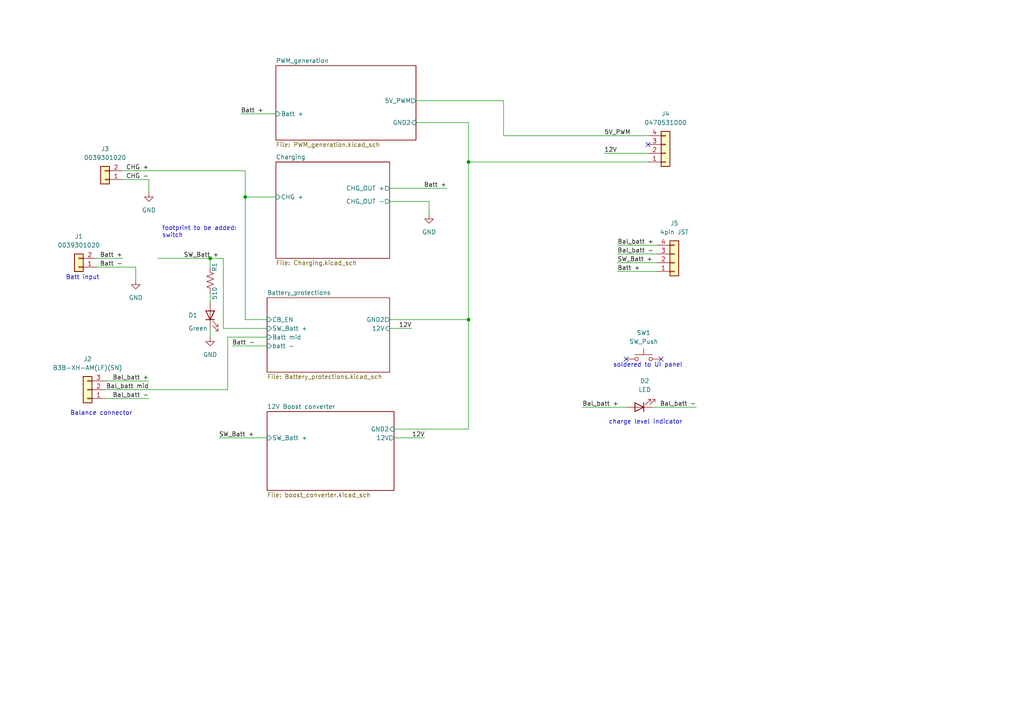
<source format=kicad_sch>
(kicad_sch (version 20211123) (generator eeschema)
  (paper "A4")
  (lib_symbols
    (symbol "Connector_Generic:Conn_01x02" (pin_names (offset 1.016) hide)
      (property "Reference" "J" (at 0 2.54 0))
      (property "Value" "Conn_01x02" (at 0 -5.08 0))
      (symbol "Conn_01x02_1_1"
        (rectangle (start -1.27 -2.413) (end 0 -2.667) (stroke (width 0.1524)))
        (rectangle (start -1.27 0.127) (end 0 -0.127) (stroke (width 0.1524)))
        (rectangle (start -1.27 1.27) (end 1.27 -3.81) (stroke (width 0.254)) (fill (type background)))
        (pin passive line (at -5.08 0 0) (length 3.81) (name "Pin_1") (number "1"))
        (pin passive line (at -5.08 -2.54 0) (length 3.81) (name "Pin_2") (number "2"))
      )
    )
    (symbol "Connector_Generic:Conn_01x03" (pin_names (offset 1.016) hide)
      (property "Reference" "J" (at 0 5.08 0))
      (property "Value" "Conn_01x03" (at 0 -5.08 0))
      (symbol "Conn_01x03_1_1"
        (rectangle (start -1.27 -2.413) (end 0 -2.667) (stroke (width 0.1524)))
        (rectangle (start -1.27 0.127) (end 0 -0.127) (stroke (width 0.1524)))
        (rectangle (start -1.27 2.667) (end 0 2.413) (stroke (width 0.1524)))
        (rectangle (start -1.27 3.81) (end 1.27 -3.81) (stroke (width 0.254)) (fill (type background)))
        (pin passive line (at -5.08 2.54 0) (length 3.81) (name "Pin_1") (number "1"))
        (pin passive line (at -5.08 0 0) (length 3.81) (name "Pin_2") (number "2"))
        (pin passive line (at -5.08 -2.54 0) (length 3.81) (name "Pin_3") (number "3"))
      )
    )
    (symbol "Connector_Generic:Conn_01x04" (pin_names (offset 1.016) hide)
      (property "Reference" "J" (at 0 5.08 0))
      (property "Value" "Conn_01x04" (at 0 -7.62 0))
      (symbol "Conn_01x04_1_1"
        (rectangle (start -1.27 -4.953) (end 0 -5.207) (stroke (width 0.1524)))
        (rectangle (start -1.27 -2.413) (end 0 -2.667) (stroke (width 0.1524)))
        (rectangle (start -1.27 0.127) (end 0 -0.127) (stroke (width 0.1524)))
        (rectangle (start -1.27 2.667) (end 0 2.413) (stroke (width 0.1524)))
        (rectangle (start -1.27 3.81) (end 1.27 -6.35) (stroke (width 0.254)) (fill (type background)))
        (pin passive line (at -5.08 2.54 0) (length 3.81) (name "Pin_1") (number "1"))
        (pin passive line (at -5.08 0 0) (length 3.81) (name "Pin_2") (number "2"))
        (pin passive line (at -5.08 -2.54 0) (length 3.81) (name "Pin_3") (number "3"))
        (pin passive line (at -5.08 -5.08 0) (length 3.81) (name "Pin_4") (number "4"))
      )
    )
    (symbol "Device:LED" (pin_numbers hide) (pin_names (offset 1.016) hide)
      (property "Reference" "D" (at 0 2.54 0))
      (property "Value" "LED" (at 0 -2.54 0))
      (symbol "LED_0_1"
        (polyline (pts (xy -1.27 -1.27) (xy -1.27 1.27)) (stroke (width 0.254)))
        (polyline (pts (xy -1.27 0) (xy 1.27 0)))
        (polyline (pts (xy 1.27 -1.27) (xy 1.27 1.27) (xy -1.27 0) (xy 1.27 -1.27)) (stroke (width 0.254)))
        (polyline (pts (xy -3.048 -0.762) (xy -4.572 -2.286) (xy -3.81 -2.286) (xy -4.572 -2.286) (xy -4.572 -1.524)))
        (polyline (pts (xy -1.778 -0.762) (xy -3.302 -2.286) (xy -2.54 -2.286) (xy -3.302 -2.286) (xy -3.302 -1.524)))
      )
      (symbol "LED_1_1"
        (pin passive line (at -3.81 0 0) (length 2.54) (name "K") (number "1"))
        (pin passive line (at 3.81 0 180) (length 2.54) (name "A") (number "2"))
      )
    )
    (symbol "Device:R_US" (pin_numbers hide) (pin_names (offset 0))
      (property "Reference" "R" (at 2.54 0 90))
      (property "Value" "R_US" (at -2.54 0 90))
      (symbol "R_US_0_1"
        (polyline (pts (xy 0 -2.286) (xy 0 -2.54)))
        (polyline (pts (xy 0 2.286) (xy 0 2.54)))
        (polyline (pts (xy 0 -0.762) (xy 1.016 -1.143) (xy 0 -1.524) (xy -1.016 -1.905) (xy 0 -2.286)))
        (polyline (pts (xy 0 0.762) (xy 1.016 0.381) (xy 0 0) (xy -1.016 -0.381) (xy 0 -0.762)))
        (polyline (pts (xy 0 2.286) (xy 1.016 1.905) (xy 0 1.524) (xy -1.016 1.143) (xy 0 0.762)))
      )
      (symbol "R_US_1_1"
        (pin passive line (at 0 3.81 270) (length 1.27) (name "~") (number "1"))
        (pin passive line (at 0 -3.81 90) (length 1.27) (name "~") (number "2"))
      )
    )
    (symbol "Switch:SW_Push" (pin_numbers hide) (pin_names (offset 1.016) hide)
      (property "Reference" "SW" (at 1.27 2.54 0))
      (property "Value" "SW_Push" (at 0 -1.524 0))
      (symbol "SW_Push_0_1"
        (circle (center -2.032 0) (radius 0.508))
        (polyline (pts (xy 0 1.27) (xy 0 3.048)))
        (polyline (pts (xy 2.54 1.27) (xy -2.54 1.27)))
        (circle (center 2.032 0) (radius 0.508))
        (pin passive line (at -5.08 0 0) (length 2.54) (name "1") (number "1"))
        (pin passive line (at 5.08 0 180) (length 2.54) (name "2") (number "2"))
      )
    )
    (symbol "power:GND" (power) (pin_names (offset 0))
      (property "Value" "GND" (at 0 -3.81 0))
      (symbol "GND_0_1"
        (polyline (pts (xy 0 0) (xy 0 -1.27) (xy 1.27 -1.27) (xy 0 -2.54) (xy -1.27 -1.27) (xy 0 -1.27)))
      )
      (symbol "GND_1_1"
        (pin power_in line (at 0 0 270) (length 0) hide (name "GND") (number "1"))
      )
    )
  )
  (junction (at 135.89 46.99))
  (junction (at 135.89 92.71))
  (junction (at 71.12 57.15))
  (junction (at 60.96 74.93))
  (no_connect (at 187.96 41.91))
  (no_connect (at 191.77 104.14))
  (no_connect (at 181.61 104.14))
  (wire (pts (xy 175.26 44.45) (xy 187.96 44.45)))
  (wire (pts (xy 179.07 73.66) (xy 190.5 73.66)))
  (wire (pts (xy 30.48 110.49) (xy 43.18 110.49)))
  (wire (pts (xy 113.03 92.71) (xy 135.89 92.71)))
  (wire (pts (xy 124.46 62.23) (xy 124.46 58.42)))
  (wire (pts (xy 135.89 92.71) (xy 135.89 124.46)))
  (wire (pts (xy 168.91 118.11) (xy 181.61 118.11)))
  (wire (pts (xy 71.12 49.53) (xy 71.12 57.15)))
  (wire (pts (xy 135.89 35.56) (xy 120.65 35.56)))
  (wire (pts (xy 30.48 115.57) (xy 43.18 115.57)))
  (wire (pts (xy 64.77 95.25) (xy 77.47 95.25)))
  (wire (pts (xy 124.46 58.42) (xy 113.03 58.42)))
  (wire (pts (xy 113.03 95.25) (xy 119.38 95.25)))
  (wire (pts (xy 114.3 127) (xy 123.19 127)))
  (wire (pts (xy 71.12 57.15) (xy 80.01 57.15)))
  (wire (pts (xy 69.85 33.02) (xy 80.01 33.02)))
  (wire (pts (xy 67.31 100.33) (xy 77.47 100.33)))
  (wire (pts (xy 66.04 97.79) (xy 77.47 97.79)))
  (wire (pts (xy 146.05 39.37) (xy 187.96 39.37)))
  (wire (pts (xy 120.65 29.21) (xy 146.05 29.21)))
  (wire (pts (xy 71.12 92.71) (xy 77.47 92.71)))
  (wire (pts (xy 66.04 113.03) (xy 66.04 97.79)))
  (wire (pts (xy 113.03 54.61) (xy 129.54 54.61)))
  (wire (pts (xy 135.89 46.99) (xy 187.96 46.99)))
  (wire (pts (xy 39.37 81.28) (xy 39.37 77.47)))
  (wire (pts (xy 27.94 77.47) (xy 39.37 77.47)))
  (wire (pts (xy 179.07 76.2) (xy 190.5 76.2)))
  (wire (pts (xy 135.89 46.99) (xy 135.89 35.56)))
  (wire (pts (xy 60.96 74.93) (xy 60.96 77.47)))
  (wire (pts (xy 60.96 85.09) (xy 60.96 87.63)))
  (wire (pts (xy 189.23 118.11) (xy 201.93 118.11)))
  (wire (pts (xy 135.89 92.71) (xy 135.89 46.99)))
  (wire (pts (xy 114.3 124.46) (xy 135.89 124.46)))
  (wire (pts (xy 45.72 74.93) (xy 60.96 74.93)))
  (wire (pts (xy 179.07 71.12) (xy 190.5 71.12)))
  (wire (pts (xy 63.5 127) (xy 77.47 127)))
  (wire (pts (xy 64.77 74.93) (xy 64.77 95.25)))
  (wire (pts (xy 43.18 52.07) (xy 43.18 55.88)))
  (wire (pts (xy 146.05 29.21) (xy 146.05 39.37)))
  (wire (pts (xy 71.12 57.15) (xy 71.12 92.71)))
  (wire (pts (xy 35.56 52.07) (xy 43.18 52.07)))
  (wire (pts (xy 35.56 49.53) (xy 71.12 49.53)))
  (wire (pts (xy 27.94 74.93) (xy 35.56 74.93)))
  (wire (pts (xy 60.96 95.25) (xy 60.96 97.79)))
  (wire (pts (xy 60.96 74.93) (xy 64.77 74.93)))
  (wire (pts (xy 179.07 78.74) (xy 190.5 78.74)))
  (wire (pts (xy 30.48 113.03) (xy 66.04 113.03)))
  (text "Batt input" (at 19.05 81.28 0) (effects (font (size 1.27 1.27)) (justify left bottom)))
  (text "Balance connector" (at 20.32 120.65 0) (effects (font (size 1.27 1.27)) (justify left bottom)))
  (text "footprint to be added:\nswitch\n\n" (at 46.99 71.12 0) (effects (font (size 1.27 1.27)) (justify left bottom)))
  (text "charge level indicator\n" (at 176.53 123.19 0) (effects (font (size 1.27 1.27)) (justify left bottom)))
  (text "soldered to UI panel" (at 177.8 106.68 0) (effects (font (size 1.27 1.27)) (justify left bottom)))
  (label "Batt +" (at 69.85 33.02 0))
  (label "Bal_batt -" (at 179.07 73.66 0))
  (label "Batt -" (at 35.56 77.47 180))
  (label "Bal_batt mid" (at 43.18 113.03 180))
  (label "CHG -" (at 43.18 52.07 180))
  (label "12V" (at 175.26 44.45 0))
  (label "Batt -" (at 67.31 100.33 0))
  (label "12V" (at 123.19 127 180))
  (label "Bal_batt -" (at 201.93 118.11 180))
  (label "Bal_batt +" (at 179.07 71.12 0))
  (label "CHG +" (at 43.18 49.53 180))
  (label "SW_Batt +" (at 63.5 74.93 180))
  (label "Batt +" (at 35.56 74.93 180))
  (label "Bal_batt +" (at 43.18 110.49 180))
  (label "Bal_batt -" (at 43.18 115.57 180))
  (label "SW_Batt +" (at 179.07 76.2 0))
  (label "Batt +" (at 179.07 78.74 0))
  (label "5V_PWM" (at 175.26 39.37 0))
  (label "Batt +" (at 129.54 54.61 180))
  (label "Bal_batt +" (at 168.91 118.11 0))
  (label "SW_Batt +" (at 63.5 127 0))
  (label "12V" (at 119.38 95.25 180))
  (symbol (lib_id "Device:LED") (at 60.96 91.44 90) (unit 1)
    (property "Reference" "D1" (at 54.61 91.44 90) (effects (justify right)))
    (property "Value" "Green" (at 54.61 95.25 90) (effects (justify right)))
    (property "Footprint" "LED_THT:LED_D3.0mm" (effects hide))
  )
  (symbol (lib_id "Device:R_US") (at 60.96 81.28 180) (unit 1)
    (property "Reference" "R1" (at 62.23 77.47 90))
    (property "Value" "510" (at 62.23 85.09 90))
    (property "Footprint" "Resistor_SMD:R_0805_2012Metric_Pad1.20x1.40mm_HandSolder" (effects hide))
  )
  (symbol (lib_id "Device:LED") (at 185.42 118.11 180) (unit 1) (in_bom no) (on_board no)
    (property "Reference" "D2" (at 187.0075 110.49 0))
    (property "Value" "LED" (at 187.0075 113.03 0))
  )
  (symbol (lib_id "Switch:SW_Push") (at 186.69 104.14 0) (unit 1) (in_bom no) (on_board no)
    (property "Reference" "SW1" (at 186.69 96.52 0))
    (property "Value" "SW_Push" (at 186.69 99.06 0))
  )
  (symbol (lib_id "power:GND") (at 43.18 55.88 0) (unit 1)
    (property "Reference" "#PWR02" (effects hide))
    (property "Value" "GND" (at 43.18 60.96 0))
  )
  (symbol (lib_id "power:GND") (at 39.37 81.28 0) (unit 1)
    (property "Reference" "#PWR01" (effects hide))
    (property "Value" "GND" (at 39.37 86.36 0))
  )
  (symbol (lib_id "Connector_Generic:Conn_01x04") (at 195.58 76.2 0) (mirror x) (unit 1)
    (property "Reference" "J5" (at 195.58 64.77 0))
    (property "Value" "4pin JST" (at 195.58 67.31 0))
    (property "Footprint" "Connector_JST:JST_EH_B4B-EH-A_1x04_P2.50mm_Vertical" (effects hide))
  )
  (symbol (lib_id "Connector_Generic:Conn_01x03") (at 25.4 113.03 180) (unit 1) (in_bom no)
    (property "Reference" "J2" (at 25.4 104.14 0))
    (property "Value" "B3B-XH-AM(LF)(SN)" (at 25.4 106.68 0))
    (property "Footprint" "Connector_JST:JST_EH_B3B-EH-A_1x03_P2.50mm_Vertical" (effects hide))
    (property "Datasheet" "https://www.jst-mfg.com/product/pdf/eng/eXH.pdf" (effects hide))
    (property "Digikey link" "https://www.digikey.ca/en/products/detail/jst-sales-america-inc/B3B-XH-AM-LF-SN/1651029" (effects hide))
    (property "Part number" "B3B-XH-AM(LF)(SN)" (effects hide))
  )
  (symbol (lib_id "Connector_Generic:Conn_01x02") (at 30.48 52.07 180) (unit 1)
    (property "Reference" "J3" (at 30.48 43.18 0))
    (property "Value" "0039301020" (at 30.48 45.72 0))
    (property "Footprint" "Connector_Molex:Molex_Mini-Fit_Jr_5569-02A2_2x01_P4.20mm_Horizontal" (effects hide))
    (property "Datasheet" "https://www.molex.com/pdm_docs/ps/PS-5556-001.pdf" (effects hide))
    (property "Digikey link" "https://www.digikey.ca/en/products/detail/molex/0039301020/561078?s=N4IgTCBcDaIMwE44AYCMyzJAXQL5A" (effects hide))
    (property "Part number" "0039301020" (effects hide))
  )
  (symbol (lib_id "power:GND") (at 124.46 62.23 0) (unit 1)
    (property "Reference" "#PWR04" (effects hide))
    (property "Value" "GND" (at 124.46 67.31 0))
  )
  (symbol (lib_id "Connector_Generic:Conn_01x02") (at 22.86 77.47 180) (unit 1)
    (property "Reference" "J1" (at 22.86 68.58 0))
    (property "Value" "0039301020" (at 22.86 71.12 0))
    (property "Footprint" "Connector_Molex:Molex_Mini-Fit_Jr_5569-02A2_2x01_P4.20mm_Horizontal" (effects hide))
    (property "Datasheet" "https://www.molex.com/pdm_docs/ps/PS-5556-001.pdf" (effects hide))
    (property "Digikey link" "https://www.digikey.ca/en/products/detail/molex/0039301020/561078?s=N4IgTCBcDaIMwE44AYCMyzJAXQL5A" (effects hide))
    (property "Part number" "0039301020" (effects hide))
  )
  (symbol (lib_id "Connector_Generic:Conn_01x04") (at 193.04 44.45 0) (mirror x) (unit 1)
    (property "Reference" "J4" (at 193.04 33.02 0))
    (property "Value" "0470531000" (at 193.04 35.56 0))
    (property "Footprint" "Connector:FanPinHeader_1x04_P2.54mm_Vertical" (effects hide))
    (property "Datasheet" "https://www.molex.com/pdm_docs/sd/470531000_sd.pdf" (effects hide))
    (property "Digikey link" "https://www.digikey.ca/en/products/detail/molex/0470531000/2421261?s=N4IgTCBcDaIAwBYDscCsBmAjHHIC6AvkA" (effects hide))
    (property "Part number" "0470531000" (effects hide))
  )
  (symbol (lib_id "power:GND") (at 60.96 97.79 0) (unit 1)
    (property "Reference" "#PWR03" (effects hide))
    (property "Value" "GND" (at 60.96 102.87 0))
  )
  (sheet (at 77.47 119.38) (size 36.83 22.86) (stroke (width 0.1524))
    (property "Sheet name" "12V Boost converter" (at 77.47 118.6684 0) (effects (justify left bottom)))
    (property "Sheet file" "boost_converter.kicad_sch" (at 77.47 142.8246 0) (effects (justify left top)))
    (pin "12V" output (at 114.3 127 0))
    (pin "SW_Batt +" input (at 77.47 127 180))
    (pin "GND2" input (at 114.3 124.46 0))
  )
  (sheet (at 80.01 46.99) (size 33.02 27.94) (stroke (width 0.1524))
    (property "Sheet name" "Charging" (at 80.01 46.2784 0) (effects (justify left bottom)))
    (property "Sheet file" "Charging.kicad_sch" (at 80.01 75.5146 0) (effects (justify left top)))
    (pin "CHG +" input (at 80.01 57.15 180))
    (pin "CHG_OUT -" output (at 113.03 58.42 0))
    (pin "CHG_OUT +" output (at 113.03 54.61 0))
  )
  (sheet (at 77.47 86.36) (size 35.56 21.59) (stroke (width 0.1524))
    (property "Sheet name" "Battery_protections" (at 77.47 85.6484 0) (effects (justify left bottom)))
    (property "Sheet file" "Battery_protections.kicad_sch" (at 77.47 108.5346 0) (effects (justify left top)))
    (pin "CB_EN" input (at 77.47 92.71 180))
    (pin "batt -" input (at 77.47 100.33 180))
    (pin "Batt mid" input (at 77.47 97.79 180))
    (pin "SW_Batt +" input (at 77.47 95.25 180))
    (pin "GND2" output (at 113.03 92.71 0))
    (pin "12V" input (at 113.03 95.25 0))
  )
  (sheet (at 80.01 19.05) (size 40.64 21.59) (stroke (width 0.1524))
    (property "Sheet name" "PWM_generation" (at 80.01 18.3384 0) (effects (justify left bottom)))
    (property "Sheet file" "PWM_generation.kicad_sch" (at 80.01 41.2246 0) (effects (justify left top)))
    (pin "5V_PWM" output (at 120.65 29.21 0))
    (pin "GND2" input (at 120.65 35.56 0))
    (pin "Batt +" input (at 80.01 33.02 180))
  )
)
</source>
